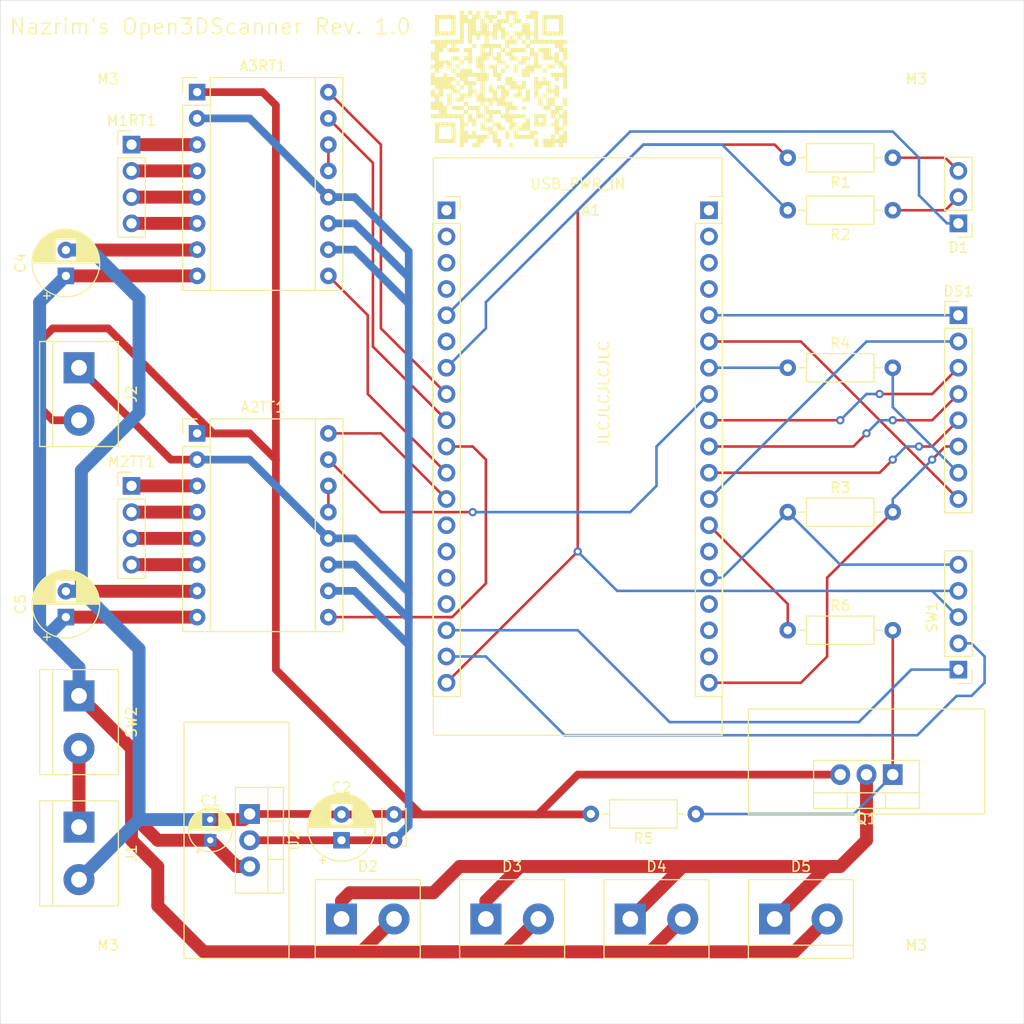
<source format=kicad_pcb>
(kicad_pcb (version 20171130) (host pcbnew "(5.1.2)-2")
  (title_block (title "3D Scanner") (date 2019-07-26) (rev 1.0) (company Nazrim))
  (layers (0 F.Cu mixed) (31 B.Cu mixed) (34 B.Paste user) (35 F.Paste user) (36 B.SilkS user) (37 F.SilkS user) (38 B.Mask user) (39 F.Mask user) (44 Edge.Cuts user))
  (net 0 "")
  (net 1 "Net-(A1-Pad38)")
  (net 2 "Net-(A1-Pad36)")
  (net 3 "Net-(A1-Pad35)")
  (net 4 "Net-(A1-Pad32)")
  (net 5 "Net-(A1-Pad34)")
  (net 6 "Net-(A1-Pad31)")
  (net 7 "Net-(A1-Pad29)")
  (net 8 "Net-(A1-Pad28)")
  (net 9 "Net-(A1-Pad25)")
  (net 10 "Net-(A1-Pad21)")
  (net 11 "Net-(A1-Pad27)")
  (net 12 "Net-(A1-Pad23)")
  (net 13 "Net-(A1-Pad20)")
  (net 14 "Net-(A1-Pad22)")
  (net 15 "Net-(A1-Pad30)")
  (net 16 "Net-(A1-Pad26)")
  (net 17 "Net-(A1-Pad37)")
  (net 18 "Net-(A1-Pad24)")
  (net 19 "Net-(A1-Pad33)")
  (net 20 "Net-(A1-Pad19)")
  (net 21 "Net-(A1-Pad18)")
  (net 22 "Net-(A1-Pad17)")
  (net 23 "Net-(A1-Pad16)")
  (net 24 "Net-(A1-Pad15)")
  (net 25 "Net-(A1-Pad14)")
  (net 26 "Net-(A1-Pad13)")
  (net 27 "Net-(A1-Pad12)")
  (net 28 "Net-(A1-Pad11)")
  (net 29 "Net-(A1-Pad10)")
  (net 30 "Net-(A1-Pad9)")
  (net 31 "Net-(A1-Pad8)")
  (net 32 "Net-(A1-Pad7)")
  (net 33 "Net-(A1-Pad6)")
  (net 34 /GREEN)
  (net 35 "Net-(A1-Pad4)")
  (net 36 "Net-(A1-Pad3)")
  (net 37 "Net-(A1-Pad2)")
  (net 38 "Net-(A1-Pad1)")
  (net 39 +12V)
  (net 40 +5V)
  (net 41 "Net-(A2TT1-Pad13)")
  (net 42 "Net-(A2TT1-Pad6)")
  (net 43 "Net-(A2TT1-Pad5)")
  (net 44 "Net-(A2TT1-Pad4)")
  (net 45 "Net-(A2TT1-Pad3)")
  (net 46 "Net-(A3RT1-Pad13)")
  (net 47 "Net-(A3RT1-Pad6)")
  (net 48 "Net-(A3RT1-Pad5)")
  (net 49 "Net-(A3RT1-Pad4)")
  (net 50 "Net-(A3RT1-Pad3)")
  (net 51 "Net-(D1-Pad3)")
  (net 52 /RED)
  (net 53 "Net-(D2-Pad1)")
  (net 54 "Net-(DS1-Pad7)")
  (net 55 "Net-(J1-Pad1)")
  (net 56 "Net-(Q1-Pad1)")
  (net 57 GND)
  (module Nazrim:A4988 (layer F.Cu) (at 77.47 77.47)
    (fp_text reference A3RT1 (at 6.35 -2.54) (layer F.SilkS))
    (fp_text value Pololu_Breakout_A4988)
    (pad 16 thru_hole oval (at 12.7 0) (size 1.6 1.6) (drill 0.8) (layers *.Cu *.Mask) (net 31 "Net-(A1-Pad8)"))
    (pad 8 thru_hole oval (at 0 17.78) (size 1.6 1.6) (drill 0.8) (layers *.Cu *.Mask) (net 39 +12V))
    (pad 15 thru_hole oval (at 12.7 2.54) (size 1.6 1.6) (drill 0.8) (layers *.Cu *.Mask) (net 30 "Net-(A1-Pad9)"))
    (pad 7 thru_hole oval (at 0 15.24) (size 1.6 1.6) (drill 0.8) (layers *.Cu *.Mask) (net 57 GND))
    (pad 14 thru_hole oval (at 12.7 5.08) (size 1.6 1.6) (drill 0.8) (layers *.Cu *.Mask) (net 46 "Net-(A3RT1-Pad13)"))
    (pad 6 thru_hole oval (at 0 12.7) (size 1.6 1.6) (drill 0.8) (layers *.Cu *.Mask) (net 47 "Net-(A3RT1-Pad6)"))
    (pad 13 thru_hole oval (at 12.7 7.62) (size 1.6 1.6) (drill 0.8) (layers *.Cu *.Mask) (net 46 "Net-(A3RT1-Pad13)"))
    (pad 5 thru_hole oval (at 0 10.16) (size 1.6 1.6) (drill 0.8) (layers *.Cu *.Mask) (net 48 "Net-(A3RT1-Pad5)"))
    (pad 12 thru_hole oval (at 12.7 10.16) (size 1.6 1.6) (drill 0.8) (layers *.Cu *.Mask) (net 40 +5V))
    (pad 4 thru_hole oval (at 0 7.62) (size 1.6 1.6) (drill 0.8) (layers *.Cu *.Mask) (net 49 "Net-(A3RT1-Pad4)"))
    (pad 11 thru_hole oval (at 12.7 12.7) (size 1.6 1.6) (drill 0.8) (layers *.Cu *.Mask) (net 40 +5V))
    (pad 3 thru_hole oval (at 0 5.08) (size 1.6 1.6) (drill 0.8) (layers *.Cu *.Mask) (net 50 "Net-(A3RT1-Pad3)"))
    (pad 10 thru_hole oval (at 12.7 15.24) (size 1.6 1.6) (drill 0.8) (layers *.Cu *.Mask) (net 40 +5V))
    (pad 2 thru_hole oval (at 0 2.54) (size 1.6 1.6) (drill 0.8) (layers *.Cu *.Mask) (net 40 +5V))
    (pad 9 thru_hole oval (at 12.7 17.78) (size 1.6 1.6) (drill 0.8) (layers *.Cu *.Mask) (net 28 "Net-(A1-Pad11)"))
    (pad 1 thru_hole rect (at 0 0) (size 1.6 1.6) (drill 0.8) (layers *.Cu *.Mask) (net 57 GND))
  )
  (module Nazrim:A4988 (layer F.Cu) (at 77.47 110.49)
    (fp_text reference A2TT1 (at 6.35 -2.54) (layer F.SilkS))
    (fp_text value Pololu_Breakout_A4988)
    (pad 16 thru_hole oval (at 12.7 0) (size 1.6 1.6) (drill 0.8) (layers *.Cu *.Mask) (net 27 "Net-(A1-Pad12)"))
    (pad 8 thru_hole oval (at 0 17.78) (size 1.6 1.6) (drill 0.8) (layers *.Cu *.Mask) (net 39 +12V))
    (pad 15 thru_hole oval (at 12.7 2.54) (size 1.6 1.6) (drill 0.8) (layers *.Cu *.Mask) (net 11 "Net-(A1-Pad27)"))
    (pad 7 thru_hole oval (at 0 15.24) (size 1.6 1.6) (drill 0.8) (layers *.Cu *.Mask) (net 57 GND))
    (pad 14 thru_hole oval (at 12.7 5.08) (size 1.6 1.6) (drill 0.8) (layers *.Cu *.Mask) (net 41 "Net-(A2TT1-Pad13)"))
    (pad 6 thru_hole oval (at 0 12.7) (size 1.6 1.6) (drill 0.8) (layers *.Cu *.Mask) (net 42 "Net-(A2TT1-Pad6)"))
    (pad 13 thru_hole oval (at 12.7 7.62) (size 1.6 1.6) (drill 0.8) (layers *.Cu *.Mask) (net 41 "Net-(A2TT1-Pad13)"))
    (pad 5 thru_hole oval (at 0 10.16) (size 1.6 1.6) (drill 0.8) (layers *.Cu *.Mask) (net 43 "Net-(A2TT1-Pad5)"))
    (pad 12 thru_hole oval (at 12.7 10.16) (size 1.6 1.6) (drill 0.8) (layers *.Cu *.Mask) (net 40 +5V))
    (pad 4 thru_hole oval (at 0 7.62) (size 1.6 1.6) (drill 0.8) (layers *.Cu *.Mask) (net 44 "Net-(A2TT1-Pad4)"))
    (pad 11 thru_hole oval (at 12.7 12.7) (size 1.6 1.6) (drill 0.8) (layers *.Cu *.Mask) (net 40 +5V))
    (pad 3 thru_hole oval (at 0 5.08) (size 1.6 1.6) (drill 0.8) (layers *.Cu *.Mask) (net 45 "Net-(A2TT1-Pad3)"))
    (pad 10 thru_hole oval (at 12.7 15.24) (size 1.6 1.6) (drill 0.8) (layers *.Cu *.Mask) (net 40 +5V))
    (pad 2 thru_hole oval (at 0 2.54) (size 1.6 1.6) (drill 0.8) (layers *.Cu *.Mask) (net 40 +5V))
    (pad 9 thru_hole oval (at 12.7 17.78) (size 1.6 1.6) (drill 0.8) (layers *.Cu *.Mask) (net 29 "Net-(A1-Pad10)"))
    (pad 1 thru_hole rect (at 0 0) (size 1.6 1.6) (drill 0.8) (layers *.Cu *.Mask) (net 57 GND))
  )
  (module Nazrim:QR-Code_MyMiniFactory_Profile (layer F.Cu) (at 106.68 76.2)
    (fp_text reference QR***** hide)
    (fp_text value QR-Code_MyMiniFactory_Profile hide)
  )
  (module Nazrim:TerminalBlock_2_P5.08mm (layer F.Cu) (at 66.04 135.89 270)
    (fp_text reference SW2 (at 2.54 -5.08 90) (layer F.SilkS))
    (fp_text value SW_SPST)
    (pad 2 thru_hole circle (at 5.08 0 270) (size 3 3) (drill 1.52) (layers *.Cu *.Mask) (net 55 "Net-(J1-Pad1)"))
    (pad 1 thru_hole rect (at 0 0 270) (size 3 3) (drill 1.52) (layers *.Cu *.Mask) (net 39 +12V))
  )
  (module Nazrim:TerminalBlock_2_P5.08mm (layer F.Cu) (at 66.04 104.14 270)
    (fp_text reference J2 (at 2.54 -5.08 90) (layer F.SilkS))
    (fp_text value Screw_Terminal_01x02)
    (pad 2 thru_hole circle (at 5.08 0 270) (size 3 3) (drill 1.52) (layers *.Cu *.Mask) (net 57 GND))
    (pad 1 thru_hole rect (at 0 0 270) (size 3 3) (drill 1.52) (layers *.Cu *.Mask) (net 40 +5V))
  )
  (module Nazrim:TerminalBlock_2_P5.08mm (layer F.Cu) (at 66.04 148.59 270)
    (fp_text reference J1 (at 2.54 -5.08 90) (layer F.SilkS))
    (fp_text value Barrel_Jack)
    (pad 2 thru_hole circle (at 5.08 0 270) (size 3 3) (drill 1.52) (layers *.Cu *.Mask) (net 57 GND))
    (pad 1 thru_hole rect (at 0 0 270) (size 3 3) (drill 1.52) (layers *.Cu *.Mask) (net 55 "Net-(J1-Pad1)"))
  )
  (module Nazrim:TerminalBlock_2_P5.08mm (layer F.Cu) (at 133.35 157.48)
    (fp_text reference D5 (at 2.54 -5.08) (layer F.SilkS))
    (fp_text value LED_Series)
    (pad 2 thru_hole circle (at 5.08 0) (size 3 3) (drill 1.52) (layers *.Cu *.Mask) (net 39 +12V))
    (pad 1 thru_hole rect (at 0 0) (size 3 3) (drill 1.52) (layers *.Cu *.Mask) (net 53 "Net-(D2-Pad1)"))
  )
  (module Nazrim:TerminalBlock_2_P5.08mm (layer F.Cu) (at 119.38 157.48)
    (fp_text reference D4 (at 2.54 -5.08) (layer F.SilkS))
    (fp_text value LED_Series)
    (pad 2 thru_hole circle (at 5.08 0) (size 3 3) (drill 1.52) (layers *.Cu *.Mask) (net 39 +12V))
    (pad 1 thru_hole rect (at 0 0) (size 3 3) (drill 1.52) (layers *.Cu *.Mask) (net 53 "Net-(D2-Pad1)"))
  )
  (module Nazrim:TerminalBlock_2_P5.08mm (layer F.Cu) (at 105.41 157.48)
    (fp_text reference D3 (at 2.54 -5.08) (layer F.SilkS))
    (fp_text value LED_Series)
    (pad 2 thru_hole circle (at 5.08 0) (size 3 3) (drill 1.52) (layers *.Cu *.Mask) (net 39 +12V))
    (pad 1 thru_hole rect (at 0 0) (size 3 3) (drill 1.52) (layers *.Cu *.Mask) (net 53 "Net-(D2-Pad1)"))
  )
  (module Nazrim:TerminalBlock_2_P5.08mm (layer F.Cu) (at 91.44 157.48)
    (fp_text reference D2 (at 2.54 -5.08) (layer F.SilkS))
    (fp_text value LED_Series)
    (pad 2 thru_hole circle (at 5.08 0) (size 3 3) (drill 1.52) (layers *.Cu *.Mask) (net 39 +12V))
    (pad 1 thru_hole rect (at 0 0) (size 3 3) (drill 1.52) (layers *.Cu *.Mask) (net 53 "Net-(D2-Pad1)"))
  )
  (module Nazrim:TO-220-3_Vertical_Cooler (layer F.Cu) (at 144.78 143.51 180)
    (fp_text reference Q1 (at 2.54 -4.27) (layer F.SilkS))
    (fp_text value IRLB8721PBF)
    (pad 3 thru_hole oval (at 5.08 0 180) (size 1.905 2) (drill 1.1) (layers *.Cu *.Mask) (net 57 GND))
    (pad 2 thru_hole oval (at 2.54 0 180) (size 1.905 2) (drill 1.1) (layers *.Cu *.Mask) (net 53 "Net-(D2-Pad1)"))
    (pad 1 thru_hole rect (at 0 0 180) (size 1.905 2) (drill 1.1) (layers *.Cu *.Mask) (net 56 "Net-(Q1-Pad1)"))
  )
  (module Nazrim:TO-220-3_Vertical_Cooler (layer F.Cu) (at 82.55 147.32 270)
    (fp_text reference U2 (at 2.54 -4.27 90) (layer F.SilkS))
    (fp_text value LT1086CT-5)
    (pad 3 thru_hole oval (at 5.08 0 270) (size 1.905 2) (drill 1.1) (layers *.Cu *.Mask) (net 39 +12V))
    (pad 2 thru_hole oval (at 2.54 0 270) (size 1.905 2) (drill 1.1) (layers *.Cu *.Mask) (net 40 +5V))
    (pad 1 thru_hole rect (at 0 0 270) (size 1.905 2) (drill 1.1) (layers *.Cu *.Mask) (net 57 GND))
  )
  (module Nazrim:AZDelivery-ESP32_NodeMCU (layer F.Cu) (at 101.6 88.9)
    (fp_text reference A1 (at 13.97 0) (layer F.SilkS))
    (fp_text value AZDelivery-ESP32_NodeMCU)
    (fp_text user USB_PWR_IN (at 12.7 -2.54) (layer F.SilkS))
    (pad 31 thru_hole oval (at 25.4 27.94) (size 1.7 1.7) (drill 1) (layers *.Cu *.Mask) (net 6 "Net-(A1-Pad31)"))
    (pad 34 thru_hole oval (at 25.4 35.56) (size 1.7 1.7) (drill 1) (layers *.Cu *.Mask) (net 5 "Net-(A1-Pad34)"))
    (pad 29 thru_hole oval (at 25.4 22.86) (size 1.7 1.7) (drill 1) (layers *.Cu *.Mask) (net 7 "Net-(A1-Pad29)"))
    (pad 27 thru_hole oval (at 25.4 17.78) (size 1.7 1.7) (drill 1) (layers *.Cu *.Mask) (net 11 "Net-(A1-Pad27)"))
    (pad 32 thru_hole oval (at 25.4 30.48) (size 1.7 1.7) (drill 1) (layers *.Cu *.Mask) (net 4 "Net-(A1-Pad32)"))
    (pad 25 thru_hole oval (at 25.4 12.7) (size 1.7 1.7) (drill 1) (layers *.Cu *.Mask) (net 9 "Net-(A1-Pad25)"))
    (pad 35 thru_hole oval (at 25.4 38.1) (size 1.7 1.7) (drill 1) (layers *.Cu *.Mask) (net 3 "Net-(A1-Pad35)"))
    (pad 20 thru_hole rect (at 25.4 0) (size 1.7 1.7) (drill 1) (layers *.Cu *.Mask) (net 13 "Net-(A1-Pad20)"))
    (pad 22 thru_hole oval (at 25.4 5.08) (size 1.7 1.7) (drill 1) (layers *.Cu *.Mask) (net 14 "Net-(A1-Pad22)"))
    (pad 24 thru_hole oval (at 25.4 10.16) (size 1.7 1.7) (drill 1) (layers *.Cu *.Mask) (net 18 "Net-(A1-Pad24)"))
    (pad 36 thru_hole oval (at 25.4 40.64) (size 1.7 1.7) (drill 1) (layers *.Cu *.Mask) (net 2 "Net-(A1-Pad36)"))
    (pad 37 thru_hole oval (at 25.4 43.18) (size 1.7 1.7) (drill 1) (layers *.Cu *.Mask) (net 17 "Net-(A1-Pad37)"))
    (pad 38 thru_hole oval (at 25.4 45.72) (size 1.7 1.7) (drill 1) (layers *.Cu *.Mask) (net 1 "Net-(A1-Pad38)"))
    (pad 26 thru_hole oval (at 25.4 15.24) (size 1.7 1.7) (drill 1) (layers *.Cu *.Mask) (net 16 "Net-(A1-Pad26)"))
    (pad 21 thru_hole oval (at 25.4 2.54) (size 1.7 1.7) (drill 1) (layers *.Cu *.Mask) (net 10 "Net-(A1-Pad21)"))
    (pad 30 thru_hole oval (at 25.4 25.4) (size 1.7 1.7) (drill 1) (layers *.Cu *.Mask) (net 15 "Net-(A1-Pad30)"))
    (pad 23 thru_hole oval (at 25.4 7.62) (size 1.7 1.7) (drill 1) (layers *.Cu *.Mask) (net 12 "Net-(A1-Pad23)"))
    (pad 33 thru_hole oval (at 25.4 33.02) (size 1.7 1.7) (drill 1) (layers *.Cu *.Mask) (net 19 "Net-(A1-Pad33)"))
    (pad 28 thru_hole oval (at 25.4 20.32) (size 1.7 1.7) (drill 1) (layers *.Cu *.Mask) (net 8 "Net-(A1-Pad28)"))
    (pad 12 thru_hole oval (at 0 27.94) (size 1.7 1.7) (drill 1) (layers *.Cu *.Mask) (net 27 "Net-(A1-Pad12)"))
    (pad 15 thru_hole oval (at 0 35.56) (size 1.7 1.7) (drill 1) (layers *.Cu *.Mask) (net 24 "Net-(A1-Pad15)"))
    (pad 10 thru_hole oval (at 0 22.86) (size 1.7 1.7) (drill 1) (layers *.Cu *.Mask) (net 29 "Net-(A1-Pad10)"))
    (pad 8 thru_hole oval (at 0 17.78) (size 1.7 1.7) (drill 1) (layers *.Cu *.Mask) (net 31 "Net-(A1-Pad8)"))
    (pad 13 thru_hole oval (at 0 30.48) (size 1.7 1.7) (drill 1) (layers *.Cu *.Mask) (net 26 "Net-(A1-Pad13)"))
    (pad 6 thru_hole oval (at 0 12.7) (size 1.7 1.7) (drill 1) (layers *.Cu *.Mask) (net 33 "Net-(A1-Pad6)"))
    (pad 16 thru_hole oval (at 0 38.1) (size 1.7 1.7) (drill 1) (layers *.Cu *.Mask) (net 23 "Net-(A1-Pad16)"))
    (pad 1 thru_hole rect (at 0 0) (size 1.7 1.7) (drill 1) (layers *.Cu *.Mask) (net 38 "Net-(A1-Pad1)"))
    (pad 3 thru_hole oval (at 0 5.08) (size 1.7 1.7) (drill 1) (layers *.Cu *.Mask) (net 36 "Net-(A1-Pad3)"))
    (pad 5 thru_hole oval (at 0 10.16) (size 1.7 1.7) (drill 1) (layers *.Cu *.Mask) (net 34 /GREEN))
    (pad 17 thru_hole oval (at 0 40.64) (size 1.7 1.7) (drill 1) (layers *.Cu *.Mask) (net 22 "Net-(A1-Pad17)"))
    (pad 18 thru_hole oval (at 0 43.18) (size 1.7 1.7) (drill 1) (layers *.Cu *.Mask) (net 21 "Net-(A1-Pad18)"))
    (pad 19 thru_hole oval (at 0 45.72) (size 1.7 1.7) (drill 1) (layers *.Cu *.Mask) (net 20 "Net-(A1-Pad19)"))
    (pad 7 thru_hole oval (at 0 15.24) (size 1.7 1.7) (drill 1) (layers *.Cu *.Mask) (net 32 "Net-(A1-Pad7)"))
    (pad 2 thru_hole oval (at 0 2.54) (size 1.7 1.7) (drill 1) (layers *.Cu *.Mask) (net 37 "Net-(A1-Pad2)"))
    (pad 11 thru_hole oval (at 0 25.4) (size 1.7 1.7) (drill 1) (layers *.Cu *.Mask) (net 28 "Net-(A1-Pad11)"))
    (pad 4 thru_hole oval (at 0 7.62) (size 1.7 1.7) (drill 1) (layers *.Cu *.Mask) (net 35 "Net-(A1-Pad4)"))
    (pad 14 thru_hole oval (at 0 33.02) (size 1.7 1.7) (drill 1) (layers *.Cu *.Mask) (net 25 "Net-(A1-Pad14)"))
    (pad 9 thru_hole oval (at 0 20.32) (size 1.7 1.7) (drill 1) (layers *.Cu *.Mask) (net 30 "Net-(A1-Pad9)"))
  )
  (module Nazrim:Rotary_Encoder_Switch (layer F.Cu) (at 151.13 133.35 180)
    (fp_text reference SW1 (at 2.54 5.08 270) (layer F.SilkS))
    (fp_text value Rotary_Encoder_Switch)
    (pad B thru_hole oval (at 0 2.54 180) (size 1.7 1.7) (drill 1) (layers *.Cu *.Mask) (net 21 "Net-(A1-Pad18)"))
    (pad S1 thru_hole oval (at 0 7.62 180) (size 1.7 1.7) (drill 1) (layers *.Cu *.Mask) (net 20 "Net-(A1-Pad19)"))
    (pad S2 thru_hole oval (at 0 10.16 180) (size 1.7 1.7) (drill 1) (layers *.Cu *.Mask) (net 5 "Net-(A1-Pad34)"))
    (pad C thru_hole oval (at 0 5.08 180) (size 1.7 1.7) (drill 1) (layers *.Cu *.Mask) (net 20 "Net-(A1-Pad19)"))
    (pad A thru_hole rect (at 0 0 180) (size 1.7 1.7) (drill 1) (layers *.Cu *.Mask) (net 22 "Net-(A1-Pad17)"))
  )
  (module Connector_PinHeader_2.54mm:PinHeader_1x04_P2.54mm_Vertical (layer F.Cu) (at 71.12 115.57)
    (fp_text reference M2TT1 (at 0 -2.33) (layer F.SilkS))
    (fp_text value Stepper_Motor_bipolar)
    (pad 4 thru_hole oval (at 0 7.62) (size 1.7 1.7) (drill 1) (layers *.Cu *.Mask) (net 42 "Net-(A2TT1-Pad6)"))
    (pad 3 thru_hole oval (at 0 5.08) (size 1.7 1.7) (drill 1) (layers *.Cu *.Mask) (net 43 "Net-(A2TT1-Pad5)"))
    (pad 2 thru_hole oval (at 0 2.54) (size 1.7 1.7) (drill 1) (layers *.Cu *.Mask) (net 44 "Net-(A2TT1-Pad4)"))
    (pad 1 thru_hole rect (at 0 0) (size 1.7 1.7) (drill 1) (layers *.Cu *.Mask) (net 45 "Net-(A2TT1-Pad3)"))
  )
  (module Connector_PinHeader_2.54mm:PinHeader_1x04_P2.54mm_Vertical (layer F.Cu) (at 71.12 82.55)
    (fp_text reference M1RT1 (at 0 -2.33) (layer F.SilkS))
    (fp_text value Stepper_Motor_bipolar)
    (pad 4 thru_hole oval (at 0 7.62) (size 1.7 1.7) (drill 1) (layers *.Cu *.Mask) (net 47 "Net-(A3RT1-Pad6)"))
    (pad 3 thru_hole oval (at 0 5.08) (size 1.7 1.7) (drill 1) (layers *.Cu *.Mask) (net 48 "Net-(A3RT1-Pad5)"))
    (pad 2 thru_hole oval (at 0 2.54) (size 1.7 1.7) (drill 1) (layers *.Cu *.Mask) (net 49 "Net-(A3RT1-Pad4)"))
    (pad 1 thru_hole rect (at 0 0) (size 1.7 1.7) (drill 1) (layers *.Cu *.Mask) (net 50 "Net-(A3RT1-Pad3)"))
  )
  (module Connector_PinHeader_2.54mm:PinHeader_1x08_P2.54mm_Vertical (layer F.Cu) (at 151.13 99.06)
    (fp_text reference DS1 (at 0 -2.33) (layer F.SilkS))
    (fp_text value Nokia5110-Display)
    (pad 8 thru_hole oval (at 0 17.78) (size 1.7 1.7) (drill 1) (layers *.Cu *.Mask) (net 9 "Net-(A1-Pad25)"))
    (pad 7 thru_hole oval (at 0 15.24) (size 1.7 1.7) (drill 1) (layers *.Cu *.Mask) (net 54 "Net-(DS1-Pad7)"))
    (pad 6 thru_hole oval (at 0 12.7) (size 1.7 1.7) (drill 1) (layers *.Cu *.Mask) (net 1 "Net-(A1-Pad38)"))
    (pad 5 thru_hole oval (at 0 10.16) (size 1.7 1.7) (drill 1) (layers *.Cu *.Mask) (net 15 "Net-(A1-Pad30)"))
    (pad 4 thru_hole oval (at 0 7.62) (size 1.7 1.7) (drill 1) (layers *.Cu *.Mask) (net 7 "Net-(A1-Pad29)"))
    (pad 3 thru_hole oval (at 0 5.08) (size 1.7 1.7) (drill 1) (layers *.Cu *.Mask) (net 8 "Net-(A1-Pad28)"))
    (pad 2 thru_hole oval (at 0 2.54) (size 1.7 1.7) (drill 1) (layers *.Cu *.Mask) (net 6 "Net-(A1-Pad31)"))
    (pad 1 thru_hole rect (at 0 0) (size 1.7 1.7) (drill 1) (layers *.Cu *.Mask) (net 18 "Net-(A1-Pad24)"))
  )
  (module Connector_PinHeader_2.54mm:PinHeader_1x03_P2.54mm_Vertical (layer F.Cu) (at 151.13 90.17 180)
    (fp_text reference D1 (at 0 -2.33) (layer F.SilkS))
    (fp_text value LED_Dual_AAC)
    (pad 3 thru_hole oval (at 0 5.08 180) (size 1.7 1.7) (drill 1) (layers *.Cu *.Mask) (net 51 "Net-(D1-Pad3)"))
    (pad 2 thru_hole oval (at 0 2.54 180) (size 1.7 1.7) (drill 1) (layers *.Cu *.Mask) (net 52 /RED))
    (pad 1 thru_hole rect (at 0 0 180) (size 1.7 1.7) (drill 1) (layers *.Cu *.Mask) (net 34 /GREEN))
  )
  (module MountingHole:MountingHole_3.2mm_M3 (layer F.Cu) (at 149.86 76.2)
    (fp_text reference M3 (at -2.794 0) (layer F.SilkS))
    (fp_text value M3)
    (pad 1 np_thru_hole circle (at 0 0) (size 3.2 3.2) (drill 3.2) (layers *.Cu *.Mask))
  )
  (module MountingHole:MountingHole_3.2mm_M3 (layer F.Cu) (at 149.86 160.02)
    (fp_text reference M3 (at -2.794 0) (layer F.SilkS))
    (fp_text value M3)
    (pad 1 np_thru_hole circle (at 0 0) (size 3.2 3.2) (drill 3.2) (layers *.Cu *.Mask))
  )
  (module MountingHole:MountingHole_3.2mm_M3 (layer F.Cu) (at 66.04 160.02)
    (fp_text reference M3 (at 2.794 0) (layer F.SilkS))
    (fp_text value M3)
    (pad 1 np_thru_hole circle (at 0 0) (size 3.2 3.2) (drill 3.2) (layers *.Cu *.Mask))
  )
  (module MountingHole:MountingHole_3.2mm_M3 (layer F.Cu) (at 66.04 76.2)
    (fp_text reference M3 (at 2.794 0) (layer F.SilkS))
    (fp_text value M3)
    (pad 1 np_thru_hole circle (at 0 0) (size 3.2 3.2) (drill 3.2) (layers *.Cu *.Mask))
  )
  (module Resistor_THT:R_Axial_DIN0207_L6.3mm_D2.5mm_P10.16mm_Horizontal (layer F.Cu) (at 134.62 129.54)
    (fp_text reference R6 (at 5.08 -2.37) (layer F.SilkS))
    (fp_text value 100)
    (pad 2 thru_hole oval (at 10.16 0) (size 1.6 1.6) (drill 0.8) (layers *.Cu *.Mask) (net 56 "Net-(Q1-Pad1)"))
    (pad 1 thru_hole circle (at 0 0) (size 1.6 1.6) (drill 0.8) (layers *.Cu *.Mask) (net 4 "Net-(A1-Pad32)"))
  )
  (module Resistor_THT:R_Axial_DIN0207_L6.3mm_D2.5mm_P10.16mm_Horizontal (layer F.Cu) (at 125.73 147.32 180)
    (fp_text reference R5 (at 5.08 -2.37) (layer F.SilkS))
    (fp_text value 10k)
    (pad 2 thru_hole oval (at 10.16 0 180) (size 1.6 1.6) (drill 0.8) (layers *.Cu *.Mask) (net 57 GND))
    (pad 1 thru_hole circle (at 0 0 180) (size 1.6 1.6) (drill 0.8) (layers *.Cu *.Mask) (net 56 "Net-(Q1-Pad1)"))
  )
  (module Resistor_THT:R_Axial_DIN0207_L6.3mm_D2.5mm_P10.16mm_Horizontal (layer F.Cu) (at 134.62 104.14)
    (fp_text reference R4 (at 5.08 -2.37) (layer F.SilkS))
    (fp_text value 330)
    (pad 2 thru_hole oval (at 10.16 0) (size 1.6 1.6) (drill 0.8) (layers *.Cu *.Mask) (net 54 "Net-(DS1-Pad7)"))
    (pad 1 thru_hole circle (at 0 0) (size 1.6 1.6) (drill 0.8) (layers *.Cu *.Mask) (net 16 "Net-(A1-Pad26)"))
  )
  (module Resistor_THT:R_Axial_DIN0207_L6.3mm_D2.5mm_P10.16mm_Horizontal (layer F.Cu) (at 134.62 118.11)
    (fp_text reference R3 (at 5.08 -2.37) (layer F.SilkS))
    (fp_text value 10k)
    (pad 2 thru_hole oval (at 10.16 0) (size 1.6 1.6) (drill 0.8) (layers *.Cu *.Mask) (net 1 "Net-(A1-Pad38)"))
    (pad 1 thru_hole circle (at 0 0) (size 1.6 1.6) (drill 0.8) (layers *.Cu *.Mask) (net 5 "Net-(A1-Pad34)"))
  )
  (module Resistor_THT:R_Axial_DIN0207_L6.3mm_D2.5mm_P10.16mm_Horizontal (layer F.Cu) (at 144.78 88.9 180)
    (fp_text reference R2 (at 5.08 -2.37) (layer F.SilkS))
    (fp_text value 100)
    (pad 2 thru_hole oval (at 10.16 0 180) (size 1.6 1.6) (drill 0.8) (layers *.Cu *.Mask) (net 32 "Net-(A1-Pad7)"))
    (pad 1 thru_hole circle (at 0 0 180) (size 1.6 1.6) (drill 0.8) (layers *.Cu *.Mask) (net 52 /RED))
  )
  (module Resistor_THT:R_Axial_DIN0207_L6.3mm_D2.5mm_P10.16mm_Horizontal (layer F.Cu) (at 144.78 83.82 180)
    (fp_text reference R1 (at 5.08 -2.37) (layer F.SilkS))
    (fp_text value 100)
    (pad 2 thru_hole oval (at 10.16 0 180) (size 1.6 1.6) (drill 0.8) (layers *.Cu *.Mask) (net 20 "Net-(A1-Pad19)"))
    (pad 1 thru_hole circle (at 0 0 180) (size 1.6 1.6) (drill 0.8) (layers *.Cu *.Mask) (net 51 "Net-(D1-Pad3)"))
  )
  (module Capacitor_THT:CP_Radial_D6.3mm_P2.50mm (layer F.Cu) (at 64.77 128.27 90)
    (fp_text reference C5 (at 1.25 -4.4 90) (layer F.SilkS))
    (fp_text value 100μ)
    (pad 2 thru_hole circle (at 2.5 0 90) (size 1.6 1.6) (drill 0.8) (layers *.Cu *.Mask) (net 57 GND))
    (pad 1 thru_hole rect (at 0 0 90) (size 1.6 1.6) (drill 0.8) (layers *.Cu *.Mask) (net 39 +12V))
  )
  (module Capacitor_THT:CP_Radial_D6.3mm_P2.50mm (layer F.Cu) (at 64.77 95.25 90)
    (fp_text reference C4 (at 1.25 -4.4 90) (layer F.SilkS))
    (fp_text value 100μ)
    (pad 2 thru_hole circle (at 2.5 0 90) (size 1.6 1.6) (drill 0.8) (layers *.Cu *.Mask) (net 57 GND))
    (pad 1 thru_hole rect (at 0 0 90) (size 1.6 1.6) (drill 0.8) (layers *.Cu *.Mask) (net 39 +12V))
  )
  (module Capacitor_THT:C_Disc_D3.4mm_W2.1mm_P2.50mm (layer F.Cu) (at 96.52 149.86 90)
    (fp_text reference C3 (at 1.25 -2.3 90) (layer F.SilkS))
    (fp_text value 473n)
    (pad 2 thru_hole circle (at 2.5 0 90) (size 1.6 1.6) (drill 0.8) (layers *.Cu *.Mask) (net 57 GND))
    (pad 1 thru_hole circle (at 0 0 90) (size 1.6 1.6) (drill 0.8) (layers *.Cu *.Mask) (net 40 +5V))
  )
  (module Capacitor_THT:CP_Radial_D6.3mm_P2.50mm (layer F.Cu) (at 91.44 149.86 90)
    (fp_text reference C2 (at 5.08 0 180) (layer F.SilkS))
    (fp_text value 100μ)
    (pad 2 thru_hole circle (at 2.5 0 90) (size 1.6 1.6) (drill 0.8) (layers *.Cu *.Mask) (net 57 GND))
    (pad 1 thru_hole rect (at 0 0 90) (size 1.6 1.6) (drill 0.8) (layers *.Cu *.Mask) (net 40 +5V))
  )
  (module Capacitor_THT:CP_Radial_D4.0mm_P2.00mm (layer F.Cu) (at 78.74 149.86 90)
    (fp_text reference C1 (at 3.81 0 180) (layer F.SilkS))
    (fp_text value 10μ)
    (pad 2 thru_hole circle (at 2 0 90) (size 1.2 1.2) (drill 0.6) (layers *.Cu *.Mask) (net 57 GND))
    (pad 1 thru_hole rect (at 0 0 90) (size 1.2 1.2) (drill 0.6) (layers *.Cu *.Mask) (net 39 +12V))
  )
  (gr_text "Nazrim's Open3DScanner Rev. 1.0" (at 78.74 71.12) (layer F.SilkS) (effects (font (size 1.5 1.5))))
  (gr_text JLCJLCJLCJLC (at 116.84 106.68 90) (layer F.SilkS) (effects (font (size 1 1))))
  (gr_line (start 58.42 163.83) (end 58.42 68.58) (layer Edge.Cuts) (width 0.05))
  (gr_line (start 157.48 68.58) (end 157.48 163.83) (layer Edge.Cuts) (width 0.05))
  (gr_line (start 58.42 68.58) (end 157.48 68.58) (layer Edge.Cuts) (width 0.05))
  (gr_line (start 58.42 167.64) (end 58.42 163.83) (layer Edge.Cuts) (width 0.05))
  (gr_line (start 157.48 167.64) (end 58.42 167.64) (layer Edge.Cuts) (width 0.05))
  (gr_line (start 157.48 163.83) (end 157.48 167.64) (layer Edge.Cuts) (width 0.05))
  (segment (start 127 134.62) (end 135.89 134.62) (width 0.25) (layer F.Cu) (net 1))
  (segment (start 135.89 134.62) (end 138.43 132.08) (width 0.25) (layer F.Cu) (net 1))
  (segment (start 138.43 124.46) (end 144.78 118.11) (width 0.25) (layer F.Cu) (net 1))
  (segment (start 138.43 132.08) (end 138.43 124.46) (width 0.25) (layer F.Cu) (net 1))
  (segment (start 151.13 111.76) (end 149.86 111.76) (width 0.25) (layer F.Cu) (net 1))
  (via (at 148.59 113.03) (size 0.8) (drill 0.4) (layers F.Cu B.Cu) (net 1))
  (segment (start 149.86 111.76) (end 148.59 113.03) (width 0.25) (layer F.Cu) (net 1))
  (segment (start 144.78 116.84) (end 144.78 118.11) (width 0.25) (layer B.Cu) (net 1))
  (segment (start 148.59 113.03) (end 144.78 116.84) (width 0.25) (layer B.Cu) (net 1))
  (segment (start 134.62 127) (end 127 119.38) (width 0.25) (layer F.Cu) (net 4))
  (segment (start 134.62 129.54) (end 134.62 127) (width 0.25) (layer F.Cu) (net 4))
  (segment (start 128.27 124.46) (end 134.62 118.11) (width 0.25) (layer B.Cu) (net 5))
  (segment (start 127 124.46) (end 128.27 124.46) (width 0.25) (layer B.Cu) (net 5))
  (segment (start 139.7 123.19) (end 151.13 123.19) (width 0.25) (layer B.Cu) (net 5))
  (segment (start 134.62 118.11) (end 139.7 123.19) (width 0.25) (layer B.Cu) (net 5))
  (segment (start 142.24 101.6) (end 151.13 101.6) (width 0.25) (layer B.Cu) (net 6))
  (segment (start 127 116.84) (end 142.24 101.6) (width 0.25) (layer B.Cu) (net 6))
  (segment (start 127 111.76) (end 140.97 111.76) (width 0.25) (layer F.Cu) (net 7))
  (via (at 142.24 110.49) (size 0.8) (drill 0.4) (layers F.Cu B.Cu) (net 7))
  (segment (start 140.97 111.76) (end 142.24 110.49) (width 0.25) (layer F.Cu) (net 7))
  (segment (start 142.24 110.49) (end 143.51 109.22) (width 0.25) (layer B.Cu) (net 7))
  (via (at 144.78 109.22) (size 0.8) (drill 0.4) (layers F.Cu B.Cu) (net 7))
  (segment (start 143.51 109.22) (end 144.78 109.22) (width 0.25) (layer B.Cu) (net 7))
  (segment (start 148.59 109.22) (end 151.13 106.68) (width 0.25) (layer F.Cu) (net 7))
  (segment (start 144.78 109.22) (end 148.59 109.22) (width 0.25) (layer F.Cu) (net 7))
  (segment (start 151.13 104.14) (end 148.59 106.68) (width 0.25) (layer F.Cu) (net 8))
  (via (at 143.51 106.68) (size 0.8) (drill 0.4) (layers F.Cu B.Cu) (net 8))
  (segment (start 148.59 106.68) (end 143.51 106.68) (width 0.25) (layer F.Cu) (net 8))
  (segment (start 143.51 106.68) (end 142.24 106.68) (width 0.25) (layer B.Cu) (net 8))
  (via (at 139.7 109.22) (size 0.8) (drill 0.4) (layers F.Cu B.Cu) (net 8))
  (segment (start 142.24 106.68) (end 139.7 109.22) (width 0.25) (layer B.Cu) (net 8))
  (segment (start 139.7 109.22) (end 127 109.22) (width 0.25) (layer F.Cu) (net 8))
  (segment (start 135.89 101.6) (end 151.13 116.84) (width 0.25) (layer F.Cu) (net 9))
  (segment (start 127 101.6) (end 135.89 101.6) (width 0.25) (layer F.Cu) (net 9))
  (segment (start 90.17 113.03) (end 95.25 118.11) (width 0.25) (layer F.Cu) (net 11))
  (via (at 104.14 118.11) (size 0.8) (drill 0.4) (layers F.Cu B.Cu) (net 11))
  (segment (start 119.38 118.11) (end 121.92 115.57) (width 0.25) (layer B.Cu) (net 11))
  (segment (start 121.92 111.76) (end 127 106.68) (width 0.25) (layer B.Cu) (net 11))
  (segment (start 121.92 115.57) (end 121.92 111.76) (width 0.25) (layer B.Cu) (net 11))
  (segment (start 95.25 118.11) (end 104.14 118.11) (width 0.25) (layer F.Cu) (net 11))
  (segment (start 104.14 118.11) (end 119.38 118.11) (width 0.25) (layer B.Cu) (net 11))
  (segment (start 127 114.3) (end 143.51 114.3) (width 0.25) (layer F.Cu) (net 15))
  (via (at 144.78 113.03) (size 0.8) (drill 0.4) (layers F.Cu B.Cu) (net 15))
  (segment (start 143.51 114.3) (end 144.78 113.03) (width 0.25) (layer F.Cu) (net 15))
  (segment (start 144.78 113.03) (end 146.05 111.76) (width 0.25) (layer B.Cu) (net 15))
  (segment (start 146.05 111.76) (end 147.32 111.76) (width 0.25) (layer B.Cu) (net 15))
  (via (at 147.32 111.76) (size 0.8) (drill 0.4) (layers F.Cu B.Cu) (net 15))
  (segment (start 148.59 111.76) (end 151.13 109.22) (width 0.25) (layer F.Cu) (net 15))
  (segment (start 147.32 111.76) (end 148.59 111.76) (width 0.25) (layer F.Cu) (net 15))
  (segment (start 127 104.14) (end 134.62 104.14) (width 0.25) (layer B.Cu) (net 16))
  (segment (start 151.13 99.06) (end 127 99.06) (width 0.25) (layer B.Cu) (net 18))
  (segment (start 101.6 134.62) (end 114.3 121.92) (width 0.25) (layer F.Cu) (net 20))
  (via (at 114.3 121.92) (size 0.8) (drill 0.4) (layers F.Cu B.Cu) (net 20))
  (segment (start 114.3 121.92) (end 118.11 125.73) (width 0.25) (layer B.Cu) (net 20))
  (segment (start 151.13 128.27) (end 148.59 125.73) (width 0.25) (layer B.Cu) (net 20))
  (segment (start 118.11 125.73) (end 148.59 125.73) (width 0.25) (layer B.Cu) (net 20))
  (segment (start 148.59 125.73) (end 151.13 125.73) (width 0.25) (layer B.Cu) (net 20))
  (segment (start 133.35 82.55) (end 134.62 83.82) (width 0.25) (layer F.Cu) (net 20))
  (segment (start 120.65 82.55) (end 133.35 82.55) (width 0.25) (layer F.Cu) (net 20))
  (segment (start 114.3 121.92) (end 114.3 88.9) (width 0.25) (layer F.Cu) (net 20))
  (segment (start 114.3 88.9) (end 120.65 82.55) (width 0.25) (layer F.Cu) (net 20))
  (segment (start 105.41 132.08) (end 101.6 132.08) (width 0.25) (layer B.Cu) (net 21))
  (segment (start 113.03 139.7) (end 105.41 132.08) (width 0.25) (layer B.Cu) (net 21))
  (segment (start 147.155002 139.7) (end 150.965002 135.89) (width 0.25) (layer B.Cu) (net 21))
  (segment (start 142.24 139.7) (end 147.155002 139.7) (width 0.25) (layer B.Cu) (net 21))
  (segment (start 142.24 139.7) (end 113.03 139.7) (width 0.25) (layer B.Cu) (net 21))
  (segment (start 142.645002 139.7) (end 142.24 139.7) (width 0.25) (layer B.Cu) (net 21))
  (segment (start 150.965002 135.89) (end 152.4 135.89) (width 0.25) (layer B.Cu) (net 21))
  (segment (start 152.4 135.89) (end 153.67 134.62) (width 0.25) (layer B.Cu) (net 21))
  (segment (start 153.67 134.62) (end 153.67 132.08) (width 0.25) (layer B.Cu) (net 21))
  (segment (start 153.67 132.08) (end 152.4 130.81) (width 0.25) (layer B.Cu) (net 21))
  (segment (start 152.4 130.81) (end 151.13 130.81) (width 0.25) (layer B.Cu) (net 21))
  (segment (start 101.6 129.54) (end 114.3 129.54) (width 0.25) (layer B.Cu) (net 22))
  (segment (start 114.3 129.54) (end 123.19 138.43) (width 0.25) (layer B.Cu) (net 22))
  (segment (start 123.19 138.43) (end 141.49 138.43) (width 0.25) (layer B.Cu) (net 22))
  (segment (start 146.57 133.35) (end 151.13 133.35) (width 0.25) (layer B.Cu) (net 22))
  (segment (start 141.49 138.43) (end 146.57 133.35) (width 0.25) (layer B.Cu) (net 22))
  (segment (start 95.25 110.49) (end 101.6 116.84) (width 0.25) (layer F.Cu) (net 27))
  (segment (start 90.17 110.49) (end 95.25 110.49) (width 0.25) (layer F.Cu) (net 27))
  (segment (start 90.17 95.25) (end 93.98 99.06) (width 0.25) (layer F.Cu) (net 28))
  (segment (start 93.98 106.68) (end 101.6 114.3) (width 0.25) (layer F.Cu) (net 28))
  (segment (start 93.98 99.06) (end 93.98 106.68) (width 0.25) (layer F.Cu) (net 28))
  (segment (start 102.802081 111.76) (end 101.6 111.76) (width 0.25) (layer F.Cu) (net 29))
  (segment (start 104.017002 111.76) (end 102.802081 111.76) (width 0.25) (layer F.Cu) (net 29))
  (segment (start 90.17 128.27) (end 102.143002 128.27) (width 0.25) (layer F.Cu) (net 29))
  (segment (start 104.017002 111.76) (end 104.14 111.76) (width 0.25) (layer F.Cu) (net 29))
  (segment (start 104.14 111.76) (end 105.41 113.03) (width 0.25) (layer F.Cu) (net 29))
  (segment (start 105.41 113.03) (end 105.41 118.11) (width 0.25) (layer F.Cu) (net 29))
  (segment (start 105.41 125.003002) (end 102.143002 128.27) (width 0.25) (layer F.Cu) (net 29))
  (segment (start 105.41 118.11) (end 105.41 125.003002) (width 0.25) (layer F.Cu) (net 29))
  (segment (start 102.143002 128.27) (end 101.6 128.27) (width 0.25) (layer F.Cu) (net 29))
  (segment (start 90.969999 80.809999) (end 90.17 80.01) (width 0.25) (layer F.Cu) (net 30))
  (segment (start 94.48001 84.32001) (end 90.969999 80.809999) (width 0.25) (layer F.Cu) (net 30))
  (segment (start 94.48001 102.10001) (end 94.48001 84.32001) (width 0.25) (layer F.Cu) (net 30))
  (segment (start 101.6 109.22) (end 94.48001 102.10001) (width 0.25) (layer F.Cu) (net 30))
  (segment (start 95.25 82.55) (end 90.17 77.47) (width 0.25) (layer F.Cu) (net 31))
  (segment (start 101.6 106.68) (end 95.25 100.33) (width 0.25) (layer F.Cu) (net 31))
  (segment (start 95.25 100.33) (end 95.25 82.55) (width 0.25) (layer F.Cu) (net 31))
  (segment (start 128.27 82.55) (end 134.62 88.9) (width 0.25) (layer B.Cu) (net 32))
  (segment (start 120.65 82.55) (end 128.27 82.55) (width 0.25) (layer B.Cu) (net 32))
  (segment (start 105.41 97.79) (end 120.65 82.55) (width 0.25) (layer B.Cu) (net 32))
  (segment (start 101.6 104.14) (end 105.41 100.33) (width 0.25) (layer B.Cu) (net 32))
  (segment (start 105.41 100.33) (end 105.41 97.79) (width 0.25) (layer B.Cu) (net 32))
  (segment (start 150.03 90.17) (end 151.13 90.17) (width 0.25) (layer B.Cu) (net 34))
  (segment (start 147.32 87.46) (end 150.03 90.17) (width 0.25) (layer B.Cu) (net 34))
  (segment (start 147.32 83.82) (end 147.32 87.46) (width 0.25) (layer B.Cu) (net 34))
  (segment (start 144.78 81.28) (end 147.32 83.82) (width 0.25) (layer B.Cu) (net 34))
  (segment (start 119.38 81.28) (end 144.78 81.28) (width 0.25) (layer B.Cu) (net 34))
  (segment (start 101.6 99.06) (end 119.38 81.28) (width 0.25) (layer B.Cu) (net 34))
  (segment (start 81.28 152.4) (end 82.55 152.4) (width 1.25) (layer F.Cu) (net 39))
  (segment (start 78.74 149.86) (end 81.28 152.4) (width 1.25) (layer F.Cu) (net 39))
  (segment (start 71.12 149.86) (end 73.66 152.4) (width 1.25) (layer F.Cu) (net 39))
  (segment (start 66.04 135.89) (end 71.12 140.97) (width 1.25) (layer F.Cu) (net 39))
  (segment (start 77.43 95.21) (end 77.47 95.25) (width 1.25) (layer F.Cu) (net 39))
  (segment (start 71.12 147.32) (end 73.66 149.86) (width 1.25) (layer F.Cu) (net 39))
  (segment (start 71.12 146.05) (end 71.12 147.32) (width 1.25) (layer F.Cu) (net 39))
  (segment (start 73.66 149.86) (end 78.74 149.86) (width 1.25) (layer F.Cu) (net 39))
  (segment (start 71.12 146.05) (end 71.12 149.86) (width 1.25) (layer F.Cu) (net 39))
  (segment (start 71.12 140.97) (end 71.12 146.05) (width 1.25) (layer F.Cu) (net 39))
  (segment (start 78.105 160.655) (end 73.66 156.21) (width 1.25) (layer F.Cu) (net 39))
  (segment (start 73.66 152.4) (end 73.66 156.21) (width 1.25) (layer F.Cu) (net 39))
  (segment (start 135.255 160.655) (end 138.43 157.48) (width 1.25) (layer F.Cu) (net 39))
  (segment (start 122.960001 158.979999) (end 121.285 160.655) (width 1.25) (layer F.Cu) (net 39))
  (segment (start 124.46 157.48) (end 122.960001 158.979999) (width 1.25) (layer F.Cu) (net 39))
  (segment (start 135.255 160.655) (end 121.285 160.655) (width 1.25) (layer F.Cu) (net 39))
  (segment (start 108.990001 158.979999) (end 107.315 160.655) (width 1.25) (layer F.Cu) (net 39))
  (segment (start 110.49 157.48) (end 108.990001 158.979999) (width 1.25) (layer F.Cu) (net 39))
  (segment (start 121.285 160.655) (end 107.315 160.655) (width 1.25) (layer F.Cu) (net 39))
  (segment (start 95.020001 158.979999) (end 93.345 160.655) (width 1.25) (layer F.Cu) (net 39))
  (segment (start 96.52 157.48) (end 95.020001 158.979999) (width 1.25) (layer F.Cu) (net 39))
  (segment (start 107.315 160.655) (end 93.345 160.655) (width 1.25) (layer F.Cu) (net 39))
  (segment (start 107.315 160.655) (end 78.105 160.655) (width 1.25) (layer F.Cu) (net 39))
  (segment (start 77.43 128.23) (end 77.47 128.27) (width 1.25) (layer F.Cu) (net 39))
  (segment (start 64.77 95.25) (end 77.47 95.25) (width 1.25) (layer F.Cu) (net 39))
  (segment (start 62.23 97.79) (end 64.77 95.25) (width 1.25) (layer B.Cu) (net 39))
  (segment (start 62.23 129.33) (end 62.23 97.79) (width 1.25) (layer B.Cu) (net 39))
  (segment (start 66.04 135.89) (end 66.04 133.14) (width 1.25) (layer B.Cu) (net 39))
  (segment (start 64.77 128.27) (end 77.47 128.27) (width 1.25) (layer F.Cu) (net 39))
  (segment (start 64.77 128.27) (end 62.97 130.07) (width 1.25) (layer B.Cu) (net 39))
  (segment (start 66.04 133.14) (end 62.97 130.07) (width 1.25) (layer B.Cu) (net 39))
  (segment (start 62.97 130.07) (end 62.23 129.33) (width 1.25) (layer B.Cu) (net 39))
  (segment (start 82.55 149.86) (end 90.17 149.86) (width 0.75) (layer F.Cu) (net 40))
  (segment (start 96.48 149.86) (end 96.52 149.82) (width 0.75) (layer F.Cu) (net 40))
  (segment (start 90.17 149.86) (end 96.48 149.86) (width 0.75) (layer F.Cu) (net 40))
  (segment (start 96.52 149.86) (end 97.945001 148.434999) (width 0.75) (layer B.Cu) (net 40))
  (segment (start 90.17 87.63) (end 92.71 87.63) (width 0.75) (layer B.Cu) (net 40))
  (segment (start 92.71 87.63) (end 97.79 92.71) (width 0.75) (layer B.Cu) (net 40))
  (segment (start 90.17 90.17) (end 92.71 90.17) (width 0.75) (layer B.Cu) (net 40))
  (segment (start 92.71 90.17) (end 97.945001 95.405001) (width 0.75) (layer B.Cu) (net 40))
  (segment (start 97.945001 97.634999) (end 97.945001 95.405001) (width 0.75) (layer B.Cu) (net 40))
  (segment (start 97.945001 95.405001) (end 97.945001 94.135001) (width 0.75) (layer B.Cu) (net 40))
  (segment (start 90.17 92.71) (end 92.71 92.71) (width 0.75) (layer B.Cu) (net 40))
  (segment (start 92.71 92.71) (end 97.945001 97.945001) (width 0.75) (layer B.Cu) (net 40))
  (segment (start 97.945001 124.615001) (end 97.945001 97.945001) (width 0.75) (layer B.Cu) (net 40))
  (segment (start 97.945001 97.945001) (end 97.945001 97.634999) (width 0.75) (layer B.Cu) (net 40))
  (segment (start 90.17 120.65) (end 92.71 120.65) (width 0.75) (layer B.Cu) (net 40))
  (segment (start 92.71 120.65) (end 97.945001 125.885001) (width 0.75) (layer B.Cu) (net 40))
  (segment (start 97.945001 125.885001) (end 97.945001 124.615001) (width 0.75) (layer B.Cu) (net 40))
  (segment (start 90.17 123.19) (end 92.71 123.19) (width 0.75) (layer B.Cu) (net 40))
  (segment (start 92.71 123.19) (end 97.945001 128.425001) (width 0.75) (layer B.Cu) (net 40))
  (segment (start 97.945001 128.425001) (end 97.945001 125.885001) (width 0.75) (layer B.Cu) (net 40))
  (segment (start 90.17 125.73) (end 92.71 125.73) (width 0.75) (layer B.Cu) (net 40))
  (segment (start 92.71 125.73) (end 97.945001 130.965001) (width 0.75) (layer B.Cu) (net 40))
  (segment (start 97.945001 148.434999) (end 97.945001 130.965001) (width 0.75) (layer B.Cu) (net 40))
  (segment (start 97.945001 130.965001) (end 97.945001 128.425001) (width 0.75) (layer B.Cu) (net 40))
  (segment (start 97.945001 94.135001) (end 97.945001 92.865001) (width 0.75) (layer B.Cu) (net 40))
  (segment (start 82.55 80.01) (end 90.17 87.63) (width 0.75) (layer B.Cu) (net 40))
  (segment (start 77.47 80.01) (end 82.55 80.01) (width 0.75) (layer B.Cu) (net 40))
  (segment (start 82.55 113.03) (end 90.17 120.65) (width 0.75) (layer B.Cu) (net 40))
  (segment (start 77.47 113.03) (end 82.55 113.03) (width 0.75) (layer B.Cu) (net 40))
  (segment (start 74.93 113.03) (end 66.04 104.14) (width 0.75) (layer F.Cu) (net 40))
  (segment (start 77.47 113.03) (end 74.93 113.03) (width 0.75) (layer F.Cu) (net 40))
  (segment (start 90.17 118.11) (end 90.17 115.57) (width 0.25) (layer F.Cu) (net 41))
  (segment (start 77.47 123.19) (end 71.12 123.19) (width 1.25) (layer F.Cu) (net 42))
  (segment (start 71.12 120.65) (end 77.47 120.65) (width 1.25) (layer F.Cu) (net 43))
  (segment (start 77.47 118.11) (end 71.12 118.11) (width 1.25) (layer F.Cu) (net 44))
  (segment (start 71.12 115.57) (end 77.47 115.57) (width 1.25) (layer F.Cu) (net 45))
  (segment (start 90.17 85.09) (end 90.17 82.55) (width 0.25) (layer F.Cu) (net 46))
  (segment (start 71.12 90.17) (end 77.47 90.17) (width 1.25) (layer F.Cu) (net 47))
  (segment (start 77.47 87.63) (end 71.12 87.63) (width 1.25) (layer F.Cu) (net 48))
  (segment (start 71.12 85.09) (end 77.47 85.09) (width 1.25) (layer F.Cu) (net 49))
  (segment (start 77.47 82.55) (end 71.12 82.55) (width 1.25) (layer F.Cu) (net 50))
  (segment (start 149.86 83.82) (end 151.13 85.09) (width 0.25) (layer F.Cu) (net 51))
  (segment (start 144.78 83.82) (end 149.86 83.82) (width 0.25) (layer F.Cu) (net 51))
  (segment (start 149.86 88.9) (end 151.13 87.63) (width 0.25) (layer F.Cu) (net 52))
  (segment (start 144.78 88.9) (end 149.86 88.9) (width 0.25) (layer F.Cu) (net 52))
  (segment (start 91.44 155.73) (end 91.44 157.48) (width 1.25) (layer F.Cu) (net 53))
  (segment (start 108.74 152.4) (end 105.41 155.73) (width 1.25) (layer F.Cu) (net 53))
  (segment (start 122.71 152.4) (end 123.19 152.4) (width 0.25) (layer F.Cu) (net 53))
  (segment (start 105.41 157.48) (end 105.41 155.73) (width 1.25) (layer F.Cu) (net 53))
  (segment (start 108.74 152.4) (end 123.19 152.4) (width 1.25) (layer F.Cu) (net 53))
  (segment (start 139.7 152.4) (end 135.68 152.4) (width 1.25) (layer F.Cu) (net 53))
  (segment (start 123.19 152.4) (end 124.46 152.4) (width 1.25) (layer F.Cu) (net 53))
  (segment (start 122.4 152.4) (end 124.46 152.4) (width 1.25) (layer F.Cu) (net 53))
  (segment (start 124.46 152.4) (end 119.38 157.48) (width 1.25) (layer F.Cu) (net 53))
  (segment (start 138.43 152.4) (end 133.35 157.48) (width 1.25) (layer F.Cu) (net 53))
  (segment (start 138.43 152.4) (end 139.7 152.4) (width 1.25) (layer F.Cu) (net 53))
  (segment (start 124.46 152.4) (end 138.43 152.4) (width 1.25) (layer F.Cu) (net 53))
  (segment (start 92.23 154.94) (end 100.33 154.94) (width 1.25) (layer F.Cu) (net 53))
  (segment (start 91.44 155.73) (end 92.23 154.94) (width 1.25) (layer F.Cu) (net 53))
  (segment (start 102.87 152.4) (end 108.74 152.4) (width 1.25) (layer F.Cu) (net 53))
  (segment (start 100.33 154.94) (end 102.87 152.4) (width 1.25) (layer F.Cu) (net 53))
  (segment (start 142.24 149.86) (end 139.7 152.4) (width 1.25) (layer F.Cu) (net 53))
  (segment (start 142.24 143.51) (end 142.24 149.86) (width 1.25) (layer F.Cu) (net 53))
  (segment (start 144.78 107.95) (end 151.13 114.3) (width 0.25) (layer B.Cu) (net 54))
  (segment (start 144.78 104.14) (end 144.78 107.95) (width 0.25) (layer B.Cu) (net 54))
  (segment (start 66.04 148.59) (end 66.04 140.97) (width 1.25) (layer F.Cu) (net 55))
  (segment (start 144.78 143.51) (end 144.78 139.7) (width 0.25) (layer F.Cu) (net 56))
  (segment (start 144.78 139.7) (end 144.78 129.54) (width 0.25) (layer F.Cu) (net 56))
  (segment (start 144.78 143.5575) (end 144.78 143.51) (width 0.25) (layer B.Cu) (net 56))
  (segment (start 141.0175 147.32) (end 144.78 143.5575) (width 0.25) (layer B.Cu) (net 56))
  (segment (start 125.73 147.32) (end 141.0175 147.32) (width 0.25) (layer B.Cu) (net 56))
  (segment (start 82.01 147.86) (end 82.55 147.32) (width 0.75) (layer F.Cu) (net 57))
  (segment (start 78.74 147.86) (end 82.01 147.86) (width 1.25) (layer F.Cu) (net 57))
  (segment (start 90.13 147.32) (end 90.17 147.36) (width 0.75) (layer F.Cu) (net 57))
  (segment (start 82.55 147.32) (end 90.13 147.32) (width 0.75) (layer F.Cu) (net 57))
  (segment (start 90.17 147.36) (end 94.02 147.36) (width 0.75) (layer F.Cu) (net 57))
  (segment (start 94.06 147.32) (end 96.52 147.32) (width 0.75) (layer F.Cu) (net 57))
  (segment (start 94.02 147.36) (end 94.06 147.32) (width 0.75) (layer F.Cu) (net 57))
  (segment (start 71.85 147.86) (end 78.74 147.86) (width 1.25) (layer B.Cu) (net 57))
  (segment (start 66.04 153.67) (end 71.85 147.86) (width 1.25) (layer B.Cu) (net 57))
  (segment (start 115.53 147.36) (end 115.57 147.32) (width 0.75) (layer F.Cu) (net 57))
  (segment (start 110.45 147.36) (end 114.3 143.51) (width 0.75) (layer F.Cu) (net 57))
  (segment (start 110.45 147.36) (end 115.53 147.36) (width 0.75) (layer F.Cu) (net 57))
  (segment (start 96.52 144.78) (end 85.09 133.35) (width 0.75) (layer F.Cu) (net 57))
  (segment (start 83.82 77.47) (end 77.47 77.47) (width 0.75) (layer F.Cu) (net 57))
  (segment (start 85.09 78.74) (end 83.82 77.47) (width 0.75) (layer F.Cu) (net 57))
  (segment (start 82.55 110.49) (end 85.09 113.03) (width 0.75) (layer F.Cu) (net 57))
  (segment (start 77.47 110.49) (end 82.55 110.49) (width 0.75) (layer F.Cu) (net 57))
  (segment (start 85.09 133.35) (end 85.09 113.03) (width 0.75) (layer F.Cu) (net 57))
  (segment (start 85.09 113.03) (end 85.09 78.74) (width 0.75) (layer F.Cu) (net 57))
  (segment (start 79.02 110.49) (end 82.55 110.49) (width 0.75) (layer F.Cu) (net 57))
  (segment (start 63.5 109.22) (end 62.23 107.95) (width 0.75) (layer F.Cu) (net 57))
  (segment (start 62.23 107.95) (end 62.23 101.6) (width 0.75) (layer F.Cu) (net 57))
  (segment (start 66.04 109.22) (end 63.5 109.22) (width 0.75) (layer F.Cu) (net 57))
  (segment (start 62.23 101.6) (end 63.5 100.33) (width 0.75) (layer F.Cu) (net 57))
  (segment (start 63.5 100.33) (end 68.86 100.33) (width 0.75) (layer F.Cu) (net 57))
  (segment (start 68.86 100.33) (end 79.02 110.49) (width 0.75) (layer F.Cu) (net 57))
  (segment (start 114.3 143.51) (end 139.7 143.51) (width 0.75) (layer F.Cu) (net 57))
  (segment (start 77.43 92.75) (end 77.47 92.71) (width 0.75) (layer F.Cu) (net 57))
  (segment (start 64.77 92.75) (end 77.43 92.75) (width 1.25) (layer F.Cu) (net 57))
  (segment (start 67.17137 92.75) (end 64.77 92.75) (width 1.25) (layer B.Cu) (net 57))
  (segment (start 71.85 97.42863) (end 67.17137 92.75) (width 1.25) (layer B.Cu) (net 57))
  (segment (start 77.43 125.77) (end 77.47 125.73) (width 0.75) (layer F.Cu) (net 57))
  (segment (start 64.77 125.77) (end 77.43 125.77) (width 1.25) (layer F.Cu) (net 57))
  (segment (start 71.85 147.86) (end 71.85 131.35) (width 1.25) (layer B.Cu) (net 57))
  (segment (start 66.27 125.77) (end 64.77 125.77) (width 1.25) (layer B.Cu) (net 57))
  (segment (start 71.85 131.35) (end 66.27 125.77) (width 1.25) (layer B.Cu) (net 57))
  (segment (start 66.27 125.77) (end 66.27 114.07) (width 1.25) (layer B.Cu) (net 57))
  (segment (start 71.85 108.49) (end 71.85 97.42863) (width 1.25) (layer B.Cu) (net 57))
  (segment (start 66.27 114.07) (end 71.85 108.49) (width 1.25) (layer B.Cu) (net 57))
  (segment (start 96.52 144.78) (end 99.1 147.36) (width 0.75) (layer F.Cu) (net 57))
  (segment (start 96.52 147.36) (end 99.1 147.36) (width 0.75) (layer F.Cu) (net 57))
  (segment (start 99.1 147.36) (end 110.45 147.36) (width 0.75) (layer F.Cu) (net 57))
)
</source>
